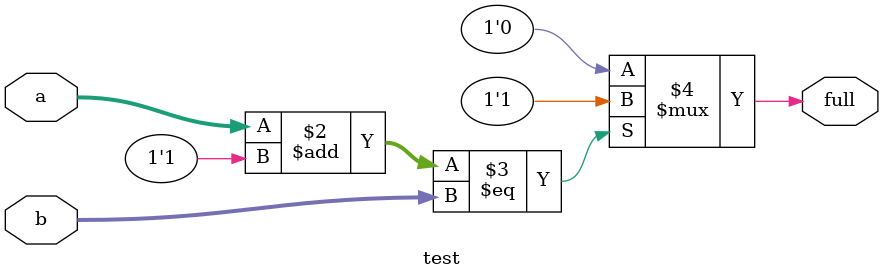
<source format=v>
module test (
    input [2:0] a,
    input [2:0] b,
    output reg full
);
always@(*) begin
    full <= (a + 1'b1 == b) ? 1'b1 : 1'b0;
end

endmodule
</source>
